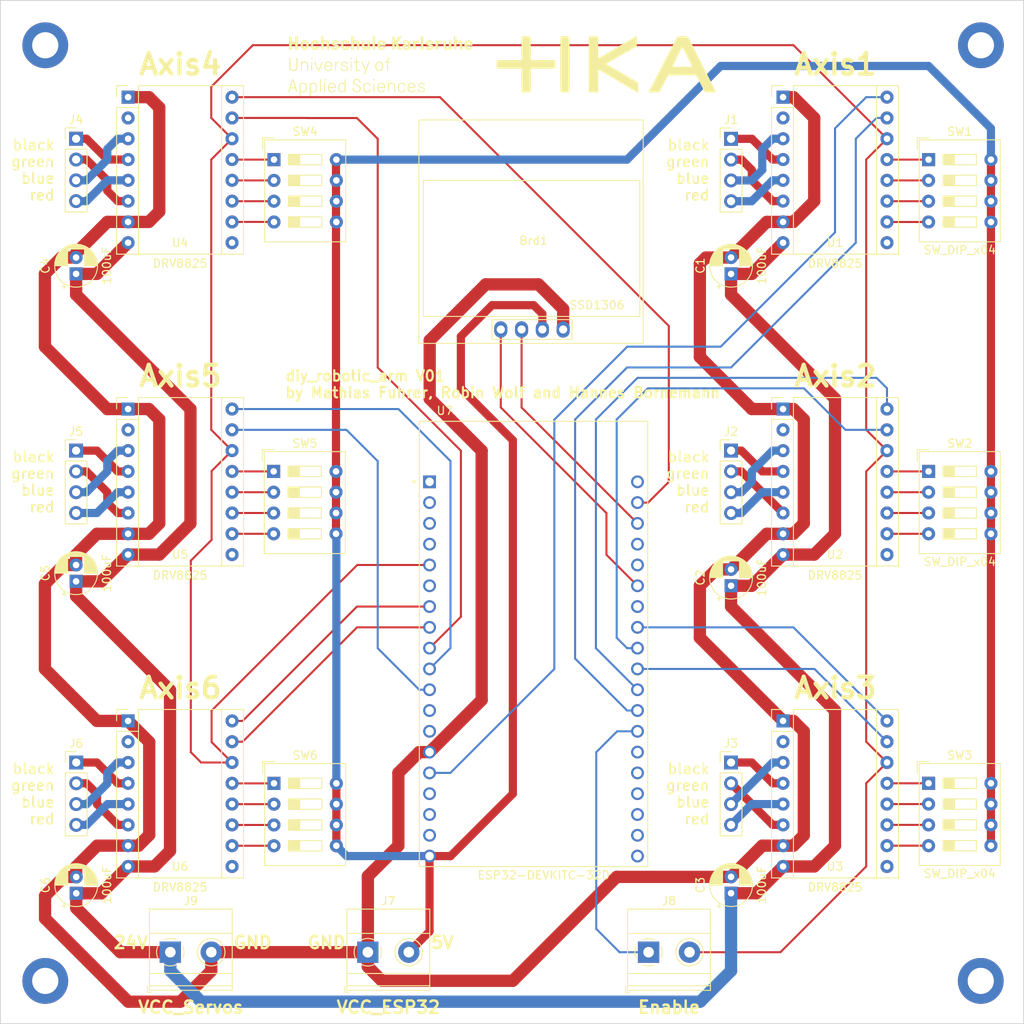
<source format=kicad_pcb>
(kicad_pcb (version 20221018) (generator pcbnew)
  (title_block (title "diy_robotics_arm V03"))
  (layers (0 "F.Cu" signal) (31 "B.Cu" signal) (34 "B.Paste" user) (35 "F.Paste" user) (36 "B.SilkS" user "B.Silkscreen") (37 "F.SilkS" user "F.Silkscreen") (38 "B.Mask" user) (39 "F.Mask" user) (44 "Edge.Cuts" user))
  (net 0 "")
  (net 1 "A1_DIR")
  (net 2 "A1_STEP")
  (net 3 "Net-(U1-RST)")
  (net 4 "Net-(U1-M2)")
  (net 7 "GND_ESP32")
  (net 8 "A2_DIR")
  (net 9 "A2_STEP")
  (net 10 "Net-(U2-RST)")
  (net 11 "Net-(U2-M2)")
  (net 14 "A3_DIR")
  (net 15 "A3_STEP")
  (net 16 "Net-(U3-RST)")
  (net 17 "Net-(U3-M2)")
  (net 20 "A4_DIR")
  (net 21 "A4_STEP")
  (net 22 "Net-(U4-RST)")
  (net 23 "Net-(U4-M2)")
  (net 26 "A5_DIR")
  (net 27 "A5_STEP")
  (net 28 "Net-(U5-RST)")
  (net 29 "Net-(U5-M2)")
  (net 32 "A6_DIR")
  (net 33 "A6_STEP")
  (net 34 "Net-(U6-RST)")
  (net 35 "Net-(U6-M2)")
  (net 47 "Disp_SCL")
  (net 49 "Disp_SDA")
  (net 58 "ENABLE")
  (net 59 "Net-(U1-M1)")
  (net 60 "Net-(U1-M0)")
  (net 61 "Net-(U2-M1)")
  (net 62 "Net-(U2-M0)")
  (net 63 "Net-(U3-M1)")
  (net 64 "Net-(U3-M0)")
  (net 65 "Net-(U4-M1)")
  (net 66 "Net-(U4-M0)")
  (net 67 "Net-(U5-M1)")
  (net 68 "Net-(U5-M0)")
  (net 69 "Net-(U6-M1)")
  (net 70 "Net-(U6-M0)")
  (net 73 "/24V")
  (net 74 "/black1")
  (net 75 "/green1")
  (net 76 "/blue1")
  (net 77 "/red1")
  (net 78 "/black2")
  (net 79 "/green2")
  (net 80 "/blue2")
  (net 81 "/red2")
  (net 82 "/black3")
  (net 83 "/green3")
  (net 84 "/blue3")
  (net 85 "/red3")
  (net 86 "/black5")
  (net 87 "/green4")
  (net 88 "/blue4")
  (net 89 "/red4")
  (net 90 "/green5")
  (net 91 "/blue5")
  (net 92 "/red5")
  (net 93 "/black6")
  (net 94 "/green6")
  (net 95 "/blue6")
  (net 96 "/red6")
  (net 97 "/5V")
  (net 98 "/black4")
  (net 99 "Net-(J8-Pin_1)")
  (footprint "Capacitor_THT:CP_Radial_D5.0mm_P2.00mm" (layer "F.Cu") (at 114.2575 96.51 90)
    (fp_text reference "C2")
    (fp_text value "100uF")
  )
  (footprint "Capacitor_THT:CP_Radial_D5.0mm_P2.00mm" (layer "F.Cu") (at 34.2475 95.97 90)
    (fp_text reference "C5")
    (fp_text value "100uF")
  )
  (footprint "Connector_PinHeader_2.54mm:PinHeader_1x04_P2.54mm_Vertical" (layer "F.Cu") (at 114.2575 41.91)
    (fp_text reference "J1")
    (fp_text value "Conn_01x04")
  )
  (footprint "Capacitor_THT:CP_Radial_D5.0mm_P2.00mm" (layer "F.Cu") (at 114.2575 134.07 90)
    (fp_text reference "C3")
    (fp_text value "100uF")
  )
  (footprint "Connector_PinHeader_2.54mm:PinHeader_1x04_P2.54mm_Vertical" (layer "F.Cu") (at 34.26375 118.1)
    (fp_text reference "J6")
    (fp_text value "Conn_01x04")
  )
  (footprint "MountingHole:MountingHole_3.2mm_M3_DIN965_Pad" (layer "F.Cu") (at 30.48 30.48)
    (fp_text reference "H1")
    (fp_text value "MountingHole")
  )
  (footprint "Button_Switch_THT:SW_DIP_SPSTx04_Slide_9.78x12.34mm_W7.62mm_P2.54mm" (layer "F.Cu") (at 58.3775 82.54)
    (fp_text reference "SW5")
    (fp_text value "SW_DIP_x04")
  )
  (footprint "Button_Switch_THT:SW_DIP_SPSTx04_Slide_9.78x12.34mm_W7.62mm_P2.54mm" (layer "F.Cu") (at 138.3875 82.54)
    (fp_text reference "SW2")
    (fp_text value "SW_DIP_x04")
  )
  (footprint "Capacitor_THT:CP_Radial_D5.0mm_P2.00mm" (layer "F.Cu") (at 114.2575 58.41 90)
    (fp_text reference "C1")
    (fp_text value "100uF")
  )
  (footprint "DRV8825:DRV8825_Breakout_15.2x20.3mm" (layer "F.Cu") (at 46.9475 45.71)
    (fp_text reference "U4")
    (fp_text value "DRV8825")
  )
  (footprint "Button_Switch_THT:SW_DIP_SPSTx04_Slide_9.78x12.34mm_W7.62mm_P2.54mm" (layer "F.Cu") (at 138.3875 120.64)
    (fp_text reference "SW3")
    (fp_text value "SW_DIP_x04")
  )
  (footprint "Button_Switch_THT:SW_DIP_SPSTx04_Slide_9.78x12.34mm_W7.62mm_P2.54mm" (layer "F.Cu") (at 58.42 120.65)
    (fp_text reference "SW6")
    (fp_text value "SW_DIP_x04")
  )
  (footprint "TerminalBlock_Phoenix:TerminalBlock_Phoenix_MKDS-1,5-2_1x02_P5.00mm_Horizontal" (layer "F.Cu") (at 69.89 141.275)
    (fp_text reference "J7")
    (fp_text value "VCC_ESP32")
  )
  (footprint "DRV8825:DRV8825_Breakout_15.2x20.3mm" (layer "F.Cu") (at 126.9575 83.81)
    (fp_text reference "U2")
    (fp_text value "DRV8825")
  )
  (footprint "Capacitor_THT:CP_Radial_D5.0mm_P2.00mm" (layer "F.Cu") (at 34.2475 58.41 90)
    (fp_text reference "C4")
    (fp_text value "100uF")
  )
  (footprint "DRV8825:DRV8825_Breakout_15.2x20.3mm" (layer "F.Cu") (at 46.9475 83.81)
    (fp_text reference "U5")
    (fp_text value "DRV8825")
  )
  (footprint "DRV8825:DRV8825_Breakout_15.2x20.3mm" (layer "F.Cu") (at 126.9575 45.71)
    (fp_text reference "U1")
    (fp_text value "DRV8825")
  )
  (footprint "Button_Switch_THT:SW_DIP_SPSTx04_Slide_9.78x12.34mm_W7.62mm_P2.54mm" (layer "F.Cu") (at 58.42 44.45)
    (fp_text reference "SW4")
    (fp_text value "SW_DIP_x04")
  )
  (footprint "Button_Switch_THT:SW_DIP_SPSTx04_Slide_9.78x12.34mm_W7.62mm_P2.54mm" (layer "F.Cu") (at 138.3875 44.45)
    (fp_text reference "SW1")
    (fp_text value "SW_DIP_x04")
  )
  (footprint "DRV8825:DRV8825_Breakout_15.2x20.3mm" (layer "F.Cu") (at 126.9575 121.91)
    (fp_text reference "U3")
    (fp_text value "DRV8825")
  )
  (footprint "Connector_PinHeader_2.54mm:PinHeader_1x04_P2.54mm_Vertical" (layer "F.Cu") (at 34.2475 80)
    (fp_text reference "J5")
    (fp_text value "Conn_01x04")
  )
  (footprint "Connector_PinHeader_2.54mm:PinHeader_1x04_P2.54mm_Vertical" (layer "F.Cu") (at 114.2575 80)
    (fp_text reference "J2")
    (fp_text value "Conn_01x04")
  )
  (footprint "MountingHole:MountingHole_3.2mm_M3_DIN965_Pad" (layer "F.Cu") (at 30.48 144.78)
    (fp_text reference "H2")
    (fp_text value "MountingHole")
  )
  (footprint "SSD1306-128x64:128x64OLED" (layer "F.Cu") (at 90.1275 54.6 180)
    (fp_text reference "Brd1")
    (fp_text value "SSD1306")
  )
  (footprint "Connector_PinHeader_2.54mm:PinHeader_1x04_P2.54mm_Vertical" (layer "F.Cu") (at 34.2475 41.9)
    (fp_text reference "J4")
    (fp_text value "Conn_01x04")
  )
  (footprint "LOGO" (layer "F.Cu") (at 86.36 33.02)
    (fp_text reference "G***")
    (fp_text value "LOGO" hide)
  )
  (footprint "Capacitor_THT:CP_Radial_D5.0mm_P2.00mm" (layer "F.Cu") (at 34.26375 134.08 90)
    (fp_text reference "C6")
    (fp_text value "100uF")
  )
  (footprint "ESP32-DEVKITC-32D:MODULE_ESP32-DEVKITC-32D" (layer "F.Cu") (at 90.1275 103.57)
    (fp_text reference "U7")
    (fp_text value "ESP32-DEVKITC-32D")
  )
  (footprint "MountingHole:MountingHole_3.2mm_M3_DIN965_Pad" (layer "F.Cu") (at 144.78 30.48)
    (fp_text reference "H3")
    (fp_text value "MountingHole")
  )
  (footprint "TerminalBlock_Phoenix:TerminalBlock_Phoenix_MKDS-1,5-2_1x02_P5.00mm_Horizontal" (layer "F.Cu") (at 104.18 141.275)
    (fp_text reference "J8")
    (fp_text value "Enable")
  )
  (footprint "MountingHole:MountingHole_3.2mm_M3_DIN965_Pad" (layer "F.Cu") (at 144.76375 144.78)
    (fp_text reference "H4")
    (fp_text value "MountingHole")
  )
  (footprint "DRV8825:DRV8825_Breakout_15.2x20.3mm" (layer "F.Cu") (at 46.9475 121.91)
    (fp_text reference "U6")
    (fp_text value "DRV8825")
  )
  (footprint "Connector_PinHeader_2.54mm:PinHeader_1x04_P2.54mm_Vertical" (layer "F.Cu") (at 114.2575 118.1)
    (fp_text reference "J3")
    (fp_text value "Conn_01x04")
  )
  (footprint "TerminalBlock_Phoenix:TerminalBlock_Phoenix_MKDS-1,5-2_1x02_P5.00mm_Horizontal" (layer "F.Cu") (at 45.76 141.2705)
    (fp_text reference "J9")
    (fp_text value "VCC_Servos")
  )
  (gr_line (start 150 25) (end 150 150) (stroke (width 0.1)) (layer "Edge.Cuts"))
  (gr_line (start 25 150) (end 25 25) (stroke (width 0.1)) (layer "Edge.Cuts"))
  (gr_line (start 150 150) (end 25 150) (stroke (width 0.1)) (layer "Edge.Cuts"))
  (gr_line (start 25 25) (end 150 25) (stroke (width 0.1)) (layer "Edge.Cuts"))
  (gr_text "Axis2" (at 127 72.39) (layer "F.SilkS") (effects (font (size 2.54 2.54) (thickness 0.508) bold) (justify bottom)))
  (gr_text "24V" (at 43.2 140.97) (layer "F.SilkS") (effects (font (size 1.5 1.5) (thickness 0.3) bold) (justify right bottom)))
  (gr_text "GND" (at 67.33 140.9745) (layer "F.SilkS") (effects (font (size 1.5 1.5) (thickness 0.3) bold) (justify right bottom)))
  (gr_text "diy_robotic_arm V01\nby Mathias Fuhrer, Robin Wolf and Hannes Bornemann" (at 59.69 73.66) (layer "F.SilkS") (effects (font (size 1.27 1.27) (thickness 0.254) bold) (justify left bottom)))
  (gr_text "black\ngreen\nblue\nred" (at 31.72375 45.72) (layer "F.SilkS") (effects (font (size 1.27 1.27) (thickness 0.2032)) (justify right)))
  (gr_text "Axis5" (at 46.99 72.39) (layer "F.SilkS") (effects (font (size 2.54 2.54) (thickness 0.508) bold) (justify bottom)))
  (gr_text "Axis3" (at 127 110.49) (layer "F.SilkS") (effects (font (size 2.54 2.54) (thickness 0.508) bold) (justify bottom)))
  (gr_text "Axis4" (at 46.99 34.29) (layer "F.SilkS") (effects (font (size 2.54 2.54) (thickness 0.508) bold) (justify bottom)))
  (gr_text "black\ngreen\nblue\nred" (at 31.72375 121.92) (layer "F.SilkS") (effects (font (size 1.27 1.27) (thickness 0.2032)) (justify right)))
  (gr_text "5V" (at 77.45 140.9745) (layer "F.SilkS") (effects (font (size 1.5 1.5) (thickness 0.3) bold) (justify left bottom)))
  (gr_text "Axis6" (at 46.99 110.49) (layer "F.SilkS") (effects (font (size 2.54 2.54) (thickness 0.508) bold) (justify bottom)))
  (gr_text "black\ngreen\nblue\nred" (at 111.73375 83.82) (layer "F.SilkS") (effects (font (size 1.27 1.27) (thickness 0.2032)) (justify right)))
  (gr_text "Axis1" (at 127 34.29) (layer "F.SilkS") (effects (font (size 2.54 2.54) (thickness 0.508) bold) (justify bottom)))
  (gr_text "black\ngreen\nblue\nred" (at 111.73375 45.72) (layer "F.SilkS") (effects (font (size 1.27 1.27) (thickness 0.2032)) (justify right)))
  (gr_text "black\ngreen\nblue\nred" (at 31.72375 83.82) (layer "F.SilkS") (effects (font (size 1.27 1.27) (thickness 0.2032)) (justify right)))
  (gr_text "GND" (at 53.32 140.97) (layer "F.SilkS") (effects (font (size 1.5 1.5) (thickness 0.3) bold) (justify left bottom)))
  (gr_text "black\ngreen\nblue\nred" (at 111.73375 121.92) (layer "F.SilkS") (effects (font (size 1.27 1.27) (thickness 0.2032)) (justify right)))
  (segment (start 126.9575 40.63) (end 126.9575 53.33) (width 0.25) (layer "B.Cu") (net 1))
  (segment (start 101.57375 67.31) (end 92.6675 76.21625) (width 0.25) (layer "B.Cu") (net 1))
  (segment (start 126.9575 53.33) (end 112.9875 67.3) (width 0.25) (layer "B.Cu") (net 1))
  (segment (start 133.3075 36.82) (end 130.7675 36.82) (width 0.25) (layer "B.Cu") (net 1))
  (segment (start 130.7675 36.82) (end 126.9575 40.63) (width 0.25) (layer "B.Cu") (net 1))
  (segment (start 112.9875 67.3) (end 101.5575 67.3) (width 0.25) (layer "B.Cu") (net 1))
  (segment (start 92.6675 106.67) (end 79.9675 119.37) (width 0.25) (layer "B.Cu") (net 1))
  (segment (start 92.6675 76.21625) (end 92.6675 106.67) (width 0.25) (layer "B.Cu") (net 1))
  (segment (start 79.9675 119.37) (end 77.4275 119.37) (width 0.25) (layer "B.Cu") (net 1))
  (segment (start 95.2075 105.4) (end 95.2075 76.19) (width 0.25) (layer "B.Cu") (net 2))
  (segment (start 101.5575 69.84) (end 114.2575 69.84) (width 0.25) (layer "B.Cu") (net 2))
  (segment (start 95.2075 76.19) (end 101.5575 69.84) (width 0.25) (layer "B.Cu") (net 2))
  (segment (start 102.8275 111.75) (end 101.5575 111.75) (width 0.25) (layer "B.Cu") (net 2))
  (segment (start 129.4975 41.9) (end 132.0375 39.36) (width 0.25) (layer "B.Cu") (net 2))
  (segment (start 129.4975 54.6) (end 129.4975 41.9) (width 0.25) (layer "B.Cu") (net 2))
  (segment (start 114.2575 69.84) (end 129.4975 54.6) (width 0.25) (layer "B.Cu") (net 2))
  (segment (start 101.5575 111.75) (end 95.2075 105.4) (width 0.25) (layer "B.Cu") (net 2))
  (segment (start 132.0375 39.36) (end 133.3075 39.36) (width 0.25) (layer "B.Cu") (net 2))
  (segment (start 138.3875 44.45) (end 133.3175 44.45) (width 0.25) (layer "F.Cu") (net 3))
  (segment (start 133.3175 44.45) (end 133.3075 44.44) (width 0.25) (layer "F.Cu") (net 3))
  (segment (start 133.3175 46.99) (end 133.3075 46.98) (width 0.25) (layer "F.Cu") (net 4))
  (segment (start 138.3875 46.99) (end 133.3175 46.99) (width 0.25) (layer "F.Cu") (net 4))
  (segment (start 87.5875 144.77) (end 100.2875 132.07) (width 1.5) (layer "F.Cu") (net 7))
  (segment (start 77.4275 116.83) (end 76.1575 116.83) (width 1.5) (layer "F.Cu") (net 7))
  (segment (start 110.4475 96.51) (end 112.4475 94.51) (width 1.5) (layer "F.Cu") (net 7))
  (segment (start 123.1475 76.19) (end 121.8775 74.92) (width 1.5) (layer "F.Cu") (net 7))
  (segment (start 77.44375 73.66) (end 83.79375 80.01) (width 1.5) (layer "F.Cu") (net 7))
  (segment (start 30.4375 96.28) (end 32.7475 93.97) (width 1.5) (layer "F.Cu") (net 7))
  (segment (start 34.2475 56.41) (end 34.2475 55.87) (width 1.5) (layer "F.Cu") (net 7))
  (segment (start 77.44375 66.52939) (end 77.44375 73.66) (width 1.5) (layer "F.Cu") (net 7))
  (segment (start 69.8855 141.2705) (end 69.89 141.275) (width 1.5) (layer "F.Cu") (net 7))
  (segment (start 40.5975 128.26) (end 41.8675 128.26) (width 1.5) (layer "F.Cu") (net 7))
  (segment (start 43.18 115.6025) (end 40.5975 113.02) (width 1.5) (layer "F.Cu") (net 7))
  (segment (start 43.1375 90.16) (end 44.4075 88.89) (width 1.5) (layer "F.Cu") (net 7))
  (segment (start 93.7475 65.2) (end 93.7475 62.7) (width 1.5) (layer "F.Cu") (net 7))
  (segment (start 100.2875 132.07) (end 114.2575 132.07) (width 1.5) (layer "F.Cu") (net 7))
  (segment (start 30.45375 137.16) (end 30.45375 134.39) (width 1.5) (layer "F.Cu") (net 7))
  (segment (start 111.1775 56.41) (end 110.4475 57.14) (width 1.5) (layer "F.Cu") (net 7))
  (segment (start 121.8775 128.26) (end 123.1475 126.99) (width 1.5) (layer "F.Cu") (net 7))
  (segment (start 43.1375 74.92) (end 40.5975 74.92) (width 1.5) (layer "F.Cu") (net 7))
  (segment (start 32.7475 93.97) (end 34.2475 93.97) (width 1.5) (layer "F.Cu") (net 7))
  (segment (start 114.2575 94.51) (end 118.6075 90.16) (width 1.5) (layer "F.Cu") (net 7))
  (segment (start 34.26375 130.81) (end 34.26375 132.08) (width 1.5) (layer "F.Cu") (net 7))
  (segment (start 34.2475 92.7) (end 36.7875 90.16) (width 1.5) (layer "F.Cu") (net 7))
  (segment (start 114.2575 56.41) (end 118.6075 52.06) (width 1.5) (layer "F.Cu") (net 7))
  (segment (start 43.18 126.9475) (end 43.18 115.6025) (width 1.5) (layer "F.Cu") (net 7))
  (segment (start 83.79375 80.01) (end 83.79375 110.46375) (width 1.5) (layer "F.Cu") (net 7))
  (segment (start 44.4075 50.79) (end 44.4075 38.09) (width 1.5) (layer "F.Cu") (net 7))
  (segment (start 121.8775 90.16) (end 123.1475 88.89) (width 1.5) (layer "F.Cu") (net 7))
  (segment (start 44.4075 76.19) (end 43.1375 74.92) (width 1.5) (layer "F.Cu") (net 7))
  (segment (start 34.2475 93.97) (end 34.2475 92.7) (width 1.5) (layer "F.Cu") (net 7))
  (segment (start 34.2475 55.87) (end 38.0575 52.06) (width 1.5) (layer "F.Cu") (net 7))
  (segment (start 110.4475 57.14) (end 110.4475 68.57) (width 1.5) (layer "F.Cu") (net 7))
  (segment (start 112.4475 94.51) (end 114.2575 94.51) (width 1.5) (layer "F.Cu") (net 7))
  (segment (start 43.1375 52.06) (end 44.4075 50.79) (width 1.5) (layer "F.Cu") (net 7))
  (segment (start 32.4375 56.41) (end 34.2475 56.41) (width 1.5) (layer "F.Cu") (net 7))
  (segment (start 69.89 131.9875) (end 69.89 141.275) (width 1.5) (layer "F.Cu") (net 7))
  (segment (start 40.5975 90.16) (end 43.1375 90.16) (width 1.5) (layer "F.Cu") (net 7))
  (segment (start 36.81375 128.26) (end 34.26375 130.81) (width 1.5) (layer "F.Cu") (net 7))
  (segment (start 123.1475 88.89) (end 123.1475 76.19) (width 1.5) (layer "F.Cu") (net 7))
  (segment (start 69.89 141.275) (end 69.89 143.0475) (width 1.5) (layer "F.Cu") (net 7))
  (segment (start 114.2575 132.07) (end 118.0675 128.26) (width 1.5) (layer "F.Cu") (net 7))
  (segment (start 40.61375 147.32) (end 30.45375 137.16) (width 1.5) (layer "F.Cu") (net 7))
  (segment (start 123.1475 126.99) (end 123.1475 114.29) (width 1.5) (layer "F.Cu") (net 7))
  (segment (start 44.4075 38.09) (end 43.1375 36.82) (width 1.5) (layer "F.Cu") (net 7))
  (segment (start 118.6075 52.06) (end 120.6075 52.06) (width 1.5) (layer "F.Cu") (net 7))
  (segment (start 124.4175 39.36) (end 121.8775 36.82) (width 1.5) (layer "F.Cu") (net 7))
  (segment (start 36.7875 113.02) (end 30.4375 106.67) (width 1.5) (layer "F.Cu") (net 7))
  (segment (start 73.6175 128.26) (end 69.89 131.9875) (width 1.5) (layer "F.Cu") (net 7))
  (segment (start 30.4375 106.67) (end 30.4375 96.28) (width 1.5) (layer "F.Cu") (net 7))
  (segment (start 121.8775 52.06) (end 124.4175 49.52) (width 1.5) (layer "F.Cu") (net 7))
  (segment (start 118.6075 90.16) (end 120.6075 90.16) (width 1.5) (layer "F.Cu") (net 7))
  (segment (start 40.5975 113.02) (end 36.7875 113.02) (width 1.5) (layer "F.Cu") (net 7))
  (segment (start 120.6075 52.06) (end 121.8775 52.06) (width 1.5) (layer "F.Cu") (net 7))
  (segment (start 46.99 147.32) (end 40.61375 147.32) (width 1.5) (layer "F.Cu") (net 7))
  (segment (start 40.5975 52.06) (end 43.1375 52.06) (width 1.5) (layer "F.Cu") (net 7))
  (segment (start 120.6075 128.26) (end 121.8775 128.26) (width 1.5) (layer "F.Cu") (net 7))
  (segment (start 83.79375 110.46375) (end 77.4275 116.83) (width 1.5) (layer "F.Cu") (net 7))
  (segment (start 71.6125 144.77) (end 87.5875 144.77) (width 1.5) (layer "F.Cu") (net 7))
  (segment (start 120.6075 113.02) (end 110.4475 102.86) (width 1.5) (layer "F.Cu") (net 7))
  (segment (start 120.6075 90.16) (end 121.8775 90.16) (width 1.5) (layer "F.Cu") (net 7))
  (segment (start 50.76 141.2705) (end 69.8855 141.2705) (width 1.5) (layer "F.Cu") (net 7))
  (segment (start 123.1475 114.29) (end 121.8775 113.02) (width 1.5) (layer "F.Cu") (net 7))
  (segment (start 43.1375 36.82) (end 40.5975 36.82) (width 1.5) (layer "F.Cu") (net 7))
  (segment (start 41.8675 128.26) (end 43.18 126.9475) (width 1.5) (layer "F.Cu") (net 7))
  (segment (start 38.0575 52.06) (end 40.5975 52.06) (width 1.5) (layer "F.Cu") (net 7))
  (segment (start 32.76375 132.08) (end 34.26375 132.08) (width 1.5) (layer "F.Cu") (net 7))
  (segment (start 50.76 143.55) (end 46.99 147.32) (width 1.5) (layer "F.Cu") (net 7))
  (segment (start 76.1575 116.83) (end 73.6175 119.37) (width 1.5) (layer "F.Cu") (net 7))
  (segment (start 30.4375 67.3) (end 30.4375 58.41) (width 1.5) (layer "F.Cu") (net 7))
  (segment (start 116.7975 74.92) (end 120.6075 74.92) (width 1.5) (layer "F.Cu") (net 7))
  (segment (start 84.28314 59.69) (end 77.44375 66.52939) (width 1.5) (layer "F.Cu") (net 7))
  (segment (start 110.4475 102.86) (end 110.4475 96.51) (width 1.5) (layer "F.Cu") (net 7))
  (segment (start 90.7375 59.69) (end 84.28314 59.69) (width 1.5) (layer "F.Cu") (net 7))
  (segment (start 44.4075 88.89) (end 44.4075 76.19) (width 1.5) (layer "F.Cu") (net 7))
  (segment (start 50.76 141.2705) (end 50.76 143.55) (width 1.5) (layer "F.Cu") (net 7))
  (segment (start 30.4375 58.41) (end 32.4375 56.41) (width 1.5) (layer "F.Cu") (net 7))
  (segment (start 114.2575 56.41) (end 111.1775 56.41) (width 1.5) (layer "F.Cu") (net 7))
  (segment (start 69.89 143.0475) (end 71.6125 144.77) (width 1.5) (layer "F.Cu") (net 7))
  (segment (start 93.7475 62.7) (end 90.7375 59.69) (width 1.5) (layer "F.Cu") (net 7))
  (segment (start 30.45375 134.39) (end 32.76375 132.08) (width 1.5) (layer "F.Cu") (net 7))
  (segment (start 121.8775 36.82) (end 120.6075 36.82) (width 1.5) (layer "F.Cu") (net 7))
  (segment (start 121.8775 74.92) (end 120.6075 74.92) (width 1.5) (layer "F.Cu") (net 7))
  (segment (start 121.8775 113.02) (end 120.6075 113.02) (width 1.5) (layer "F.Cu") (net 7))
  (segment (start 40.5975 128.26) (end 36.81375 128.26) (width 1.5) (layer "F.Cu") (net 7))
  (segment (start 38.0575 74.92) (end 30.4375 67.3) (width 1.5) (layer "F.Cu") (net 7))
  (segment (start 124.4175 49.52) (end 124.4175 39.36) (width 1.5) (layer "F.Cu") (net 7))
  (segment (start 40.5975 74.92) (end 38.0575 74.92) (width 1.5) (layer "F.Cu") (net 7))
  (segment (start 73.6175 119.37) (end 73.6175 128.26) (width 1.5) (layer "F.Cu") (net 7))
  (segment (start 118.0675 128.26) (end 120.6075 128.26) (width 1.5) (layer "F.Cu") (net 7))
  (segment (start 110.4475 68.57) (end 116.7975 74.92) (width 1.5) (layer "F.Cu") (net 7))
  (segment (start 36.7875 90.16) (end 40.5975 90.16) (width 1.5) (layer "F.Cu") (net 7))
  (segment (start 93.7475 65.2) (end 93.7475 65.4) (width 1.5) (layer "B.Cu") (net 7))
  (segment (start 132.0375 71.11) (end 133.3075 72.38) (width 0.25) (layer "B.Cu") (net 8))
  (segment (start 102.8275 109.21) (end 97.7475 104.13) (width 0.25) (layer "B.Cu") (net 8))
  (segment (start 102.8275 71.11) (end 132.0375 71.11) (width 0.25) (layer "B.Cu") (net 8))
  (segment (start 133.3075 72.38) (end 133.3075 74.92) (width 0.25) (layer "B.Cu") (net 8))
  (segment (start 97.7475 104.13) (end 97.7475 76.19) (width 0.25) (layer "B.Cu") (net 8))
  (segment (start 97.7475 76.19) (end 102.8275 71.11) (width 0.25) (layer "B.Cu") (net 8))
  (segment (start 100.2875 76.19) (end 104.0975 72.38) (width 0.25) (layer "B.Cu") (net 9))
  (segment (start 128.23375 77.46) (end 123.16375 72.39) (width 0.25) (layer "B.Cu") (net 9))
  (segment (start 123.16375 72.39) (end 104.11375 72.39) (width 0.25) (layer "B.Cu") (net 9))
  (segment (start 101.5575 104.13) (end 102.8275 104.13) (width 0.25) (layer "B.Cu") (net 9))
  (segment (start 100.2875 76.19) (end 100.2875 102.86) (width 0.25) (layer "B.Cu") (net 9))
  (segment (start 100.2875 102.86) (end 101.5575 104.13) (width 0.25) (layer "B.Cu") (net 9))
  (segment (start 133.3075 77.46) (end 128.23375 77.46) (width 0.25) (layer "B.Cu") (net 9))
  (segment (start 138.3875 82.54) (end 133.3075 82.54) (width 0.25) (layer "F.Cu") (net 10))
  (segment (start 138.3875 85.08) (end 133.3075 85.08) (width 0.25) (layer "F.Cu") (net 11))
  (segment (start 133.3075 113.02) (end 121.8775 101.59) (width 0.25) (layer "B.Cu") (net 14))
  (segment (start 121.8775 101.59) (end 102.8275 101.59) (width 0.25) (layer "B.Cu") (net 14))
  (segment (start 128.27 110.49) (end 124.45 106.67) (width 0.25) (layer "B.Cu") (net 15))
  (segment (start 128.27 110.5225) (end 128.27 110.49) (width 0.25) (layer "B.Cu") (net 15))
  (segment (start 133.3075 115.56) (end 128.27 110.5225) (width 0.25) (layer "B.Cu") (net 15))
  (segment (start 124.45 106.67) (end 102.8275 106.67) (width 0.25) (layer "B.Cu") (net 15))
  (segment (start 138.3875 120.64) (end 133.3075 120.64) (width 0.25) (layer "F.Cu") (net 16))
  (segment (start 138.3875 123.18) (end 133.3075 123.18) (width 0.25) (layer "F.Cu") (net 17))
  (segment (start 106.65375 83.82) (end 104.11375 86.36) (width 0.25) (layer "F.Cu") (net 20))
  (segment (start 78.70375 36.82) (end 106.65375 64.77) (width 0.25) (layer "F.Cu") (net 20))
  (segment (start 104.11375 86.36) (end 104.10375 86.35) (width 0.25) (layer "F.Cu") (net 20))
  (segment (start 104.10375 86.35) (end 102.8275 86.35) (width 0.25) (layer "F.Cu") (net 20))
  (segment (start 106.65375 64.77) (end 106.65375 83.82) (width 0.25) (layer "F.Cu") (net 20))
  (segment (start 53.2975 36.82) (end 78.70375 36.82) (width 0.25) (layer "F.Cu") (net 20))
  (segment (start 68.55375 39.37) (end 71.09375 41.91) (width 0.25) (layer "F.Cu") (net 21))
  (segment (start 81.25375 100.30375) (end 77.4275 104.13) (width 0.25) (layer "F.Cu") (net 21))
  (segment (start 81.25375 80.01) (end 81.25375 100.30375) (width 0.25) (layer "F.Cu") (net 21))
  (segment (start 53.2975 39.36) (end 62.540991 39.36) (width 0.25) (layer "F.Cu") (net 21))
  (segment (start 71.09375 41.91) (end 71.09375 69.85) (width 0.25) (layer "F.Cu") (net 21))
  (segment (start 62.550991 39.37) (end 68.55375 39.37) (width 0.25) (layer "F.Cu") (net 21))
  (segment (start 71.09375 69.85) (end 81.25375 80.01) (width 0.25) (layer "F.Cu") (net 21))
  (segment (start 62.540991 39.36) (end 62.550991 39.37) (width 0.25) (layer "F.Cu") (net 21))
  (segment (start 58.42 44.45) (end 53.3075 44.45) (width 0.25) (layer "F.Cu") (net 22))
  (segment (start 53.3075 44.45) (end 53.2975 44.44) (width 0.25) (layer "F.Cu") (net 22))
  (segment (start 53.3075 46.99) (end 53.2975 46.98) (width 0.25) (layer "F.Cu") (net 23))
  (segment (start 58.42 46.99) (end 53.3075 46.99) (width 0.25) (layer "F.Cu") (net 23))
  (segment (start 79.98375 104.11375) (end 77.4275 106.67) (width 0.25) (layer "B.Cu") (net 26))
  (segment (start 79.98375 81.28) (end 79.98375 104.11375) (width 0.25) (layer "B.Cu") (net 26))
  (segment (start 53.2975 74.92) (end 73.62375 74.92) (width 0.25) (layer "B.Cu") (net 26))
  (segment (start 73.62375 74.92) (end 79.98375 81.28) (width 0.25) (layer "B.Cu") (net 26))
  (segment (start 67.27375 77.46) (end 71.09375 81.28) (width 0.25) (layer "B.Cu") (net 27))
  (segment (start 71.09375 104.14) (end 76.17375 109.22) (width 0.25) (layer "B.Cu") (net 27))
  (segment (start 53.2975 77.46) (end 67.27375 77.46) (width 0.25) (layer "B.Cu") (net 27))
  (segment (start 71.09375 81.28) (end 71.09375 104.14) (width 0.25) (layer "B.Cu") (net 27))
  (segment (start 76.18375 109.21) (end 77.4275 109.21) (width 0.25) (layer "B.Cu") (net 27))
  (segment (start 76.17375 109.22) (end 76.18375 109.21) (width 0.25) (layer "B.Cu") (net 27))
  (segment (start 58.3775 82.54) (end 53.2975 82.54) (width 0.25) (layer "F.Cu") (net 28))
  (segment (start 58.3775 85.08) (end 53.2975 85.08) (width 0.25) (layer "F.Cu") (net 29))
  (segment (start 54.59375 113.02) (end 68.56375 99.05) (width 0.25) (layer "F.Cu") (net 32))
  (segment (start 53.2975 113.02) (end 54.59375 113.02) (width 0.25) (layer "F.Cu") (net 32))
  (segment (start 68.56375 99.05) (end 77.4275 99.05) (width 0.25) (layer "F.Cu") (net 32))
  (segment (start 53.2975 115.56) (end 54.59375 115.56) (width 0.25) (layer "F.Cu") (net 33))
  (segment (start 68.56375 101.59) (end 77.4275 101.59) (width 0.25) (layer "F.Cu") (net 33))
  (segment (start 54.59375 115.56) (end 68.56375 101.59) (width 0.25) (layer "F.Cu") (net 33))
  (segment (start 53.3075 120.65) (end 53.2975 120.64) (width 0.25) (layer "F.Cu") (net 34))
  (segment (start 58.42 120.65) (end 53.3075 120.65) (width 0.25) (layer "F.Cu") (net 34))
  (segment (start 53.3075 123.19) (end 53.2975 123.18) (width 0.25) (layer "F.Cu") (net 35))
  (segment (start 58.42 123.19) (end 53.3075 123.19) (width 0.25) (layer "F.Cu") (net 35))
  (segment (start 88.6675 74.73) (end 102.8275 88.89) (width 0.25) (layer "F.Cu") (net 47))
  (segment (start 88.6675 65.2) (end 88.6675 74.73) (width 0.25) (layer "F.Cu") (net 47))
  (segment (start 86.1275 74.72375) (end 99.03375 87.63) (width 0.25) (layer "F.Cu") (net 49))
  (segment (start 86.1275 65.2) (end 86.1275 74.72375) (width 0.25) (layer "F.Cu") (net 49))
  (segment (start 99.03375 87.63) (end 99.03375 92.71625) (width 0.25) (layer "F.Cu") (net 49))
  (segment (start 99.03375 92.71625) (end 102.8275 96.51) (width 0.25) (layer "F.Cu") (net 49))
  (segment (start 130.7675 44.44) (end 133.3075 41.9) (width 0.25) (layer "F.Cu") (net 58))
  (segment (start 48.26 116.84) (end 49.52 118.1) (width 0.25) (layer "F.Cu") (net 58))
  (segment (start 50.7575 77.46) (end 53.2975 80) (width 0.25) (layer "F.Cu") (net 58))
  (segment (start 130.7675 120.64) (end 133.3075 118.1) (width 0.25) (layer "F.Cu") (net 58))
  (segment (start 55.8375 30.47) (end 50.7575 35.55) (width 0.25) (layer "F.Cu") (net 58))
  (segment (start 50.7575 39.36) (end 53.2975 41.9) (width 0.25) (layer "F.Cu") (net 58))
  (segment (start 120.2925 141.275) (end 130.7675 130.8) (width 0.25) (layer "F.Cu") (net 58))
  (segment (start 50.8 111.76) (end 50.8 115.6025) (width 0.25) (layer "F.Cu") (net 58))
  (segment (start 50.8 90.90389) (end 48.26 93.44389) (width 0.25) (layer "F.Cu") (net 58))
  (segment (start 48.26 93.44389) (end 48.26 116.84) (width 0.25) (layer "F.Cu") (net 58))
  (segment (start 49.52 118.1) (end 53.2975 118.1) (width 0.25) (layer "F.Cu") (net 58))
  (segment (start 77.4275 93.97) (end 68.59 93.97) (width 0.25) (layer "F.Cu") (net 58))
  (segment (start 50.8 115.6025) (end 53.2975 118.1) (width 0.25) (layer "F.Cu") (net 58))
  (segment (start 68.59 93.97) (end 50.8 111.76) (width 0.25) (layer "F.Cu") (net 58))
  (segment (start 109.18 141.275) (end 120.2925 141.275) (width 0.25) (layer "F.Cu") (net 58))
  (segment (start 50.8 82.4975) (end 50.8 90.90389) (width 0.25) (layer "F.Cu") (net 58))
  (segment (start 50.7575 35.55) (end 50.7575 39.36) (width 0.25) (layer "F.Cu") (net 58))
  (segment (start 130.7675 130.8) (end 130.7675 120.64) (width 0.25) (layer "F.Cu") (net 58))
  (segment (start 133.3075 41.9) (end 121.8775 30.47) (width 0.25) (layer "F.Cu") (net 58))
  (segment (start 133.3075 118.1) (end 130.7675 115.56) (width 0.25) (layer "F.Cu") (net 58))
  (segment (start 50.7575 44.44) (end 50.7575 77.46) (width 0.25) (layer "F.Cu") (net 58))
  (segment (start 130.7675 82.54) (end 133.3075 80) (width 0.25) (layer "F.Cu") (net 58))
  (segment (start 53.2975 80) (end 50.8 82.4975) (width 0.25) (layer "F.Cu") (net 58))
  (segment (start 133.3075 80) (end 130.7675 77.46) (width 0.25) (layer "F.Cu") (net 58))
  (segment (start 130.7675 115.56) (end 130.7675 82.54) (width 0.25) (layer "F.Cu") (net 58))
  (segment (start 121.8775 30.47) (end 55.8375 30.47) (width 0.25) (layer "F.Cu") (net 58))
  (segment (start 130.7675 77.46) (end 130.7675 44.44) (width 0.25) (layer "F.Cu") (net 58))
  (segment (start 53.2975 41.9) (end 50.7575 44.44) (width 0.25) (layer "F.Cu") (net 58))
  (segment (start 138.3875 49.53) (end 133.3175 49.53) (width 0.25) (layer "F.Cu") (net 59))
  (segment (start 133.3175 49.53) (end 133.3075 49.52) (width 0.25) (layer "F.Cu") (net 59))
  (segment (start 133.3175 52.07) (end 133.3075 52.06) (width 0.25) (layer "F.Cu") (net 60))
  (segment (start 138.3875 52.07) (end 133.3175 52.07) (width 0.25) (layer "F.Cu") (net 60))
  (segment (start 138.3875 87.62) (end 133.3075 87.62) (width 0.25) (layer "F.Cu") (net 61))
  (segment (start 138.3875 90.16) (end 133.3075 90.16) (width 0.25) (layer "F.Cu") (net 62))
  (segment (start 138.3875 125.72) (end 133.3075 125.72) (width 0.25) (layer "F.Cu") (net 63))
  (segment (start 138.3875 128.26) (end 133.3075 128.26) (width 0.25) (layer "F.Cu") (net 64))
  (segment (start 53.3075 49.53) (end 53.2975 49.52) (width 0.25) (layer "F.Cu") (net 65))
  (segment (start 58.42 49.53) (end 53.3075 49.53) (width 0.25) (layer "F.Cu") (net 65))
  (segment (start 53.2975 52.06) (end 58.41 52.06) (width 0.25) (layer "F.Cu") (net 66))
  (segment (start 58.41 52.06) (end 58.42 52.07) (width 0.25) (layer "F.Cu") (net 66))
  (segment (start 58.3775 87.62) (end 53.2975 87.62) (width 0.25) (layer "F.Cu") (net 67))
  (segment (start 58.3775 90.16) (end 53.2975 90.16) (width 0.25) (layer "F.Cu") (net 68))
  (segment (start 58.42 125.73) (end 53.3075 125.73) (width 0.25) (layer "F.Cu") (net 69))
  (segment (start 53.3075 125.73) (end 53.2975 125.72) (width 0.25) (layer "F.Cu") (net 69))
  (segment (start 53.3075 128.27) (end 53.2975 128.26) (width 0.25) (layer "F.Cu") (net 70))
  (segment (start 58.42 128.27) (end 53.3075 128.27) (width 0.25) (layer "F.Cu") (net 70))
  (segment (start 117.3375 134.07) (end 114.2575 134.07) (width 1.5) (layer "F.Cu") (net 73))
  (segment (start 43.815 130.8) (end 45.72 128.895) (width 1.5) (layer "F.Cu") (net 73))
  (segment (start 116.7975 96.51) (end 120.6075 92.7) (width 1.5) (layer "F.Cu") (net 73))
  (segment (start 114.2575 96.51) (end 116.7975 96.51) (width 1.5) (layer "F.Cu") (net 73))
  (segment (start 44.4075 92.7) (end 48.2175 88.89) (width 1.5) (layer "F.Cu") (net 73))
  (segment (start 34.26375 134.08) (end 34.26375 135.89) (width 1.5) (layer "F.Cu") (net 73))
  (segment (start 39.64425 141.2705) (end 45.76 141.2705) (width 1.5) (layer "F.Cu") (net 73))
  (segment (start 114.2575 99.05) (end 114.2575 96.51) (width 1.5) (layer "F.Cu") (net 73))
  (segment (start 126.9575 111.75) (end 114.2575 99.05) (width 1.5) (layer "F.Cu") (net 73))
  (segment (start 37.3275 95.97) (end 40.5975 92.7) (width 1.5) (layer "F.Cu") (net 73))
  (segment (start 34.2475 97.78) (end 34.2475 95.97) (width 1.5) (layer "F.Cu") (net 73))
  (segment (start 45.72 109.2525) (end 34.2475 97.78) (width 1.5) (layer "F.Cu") (net 73))
  (segment (start 48.2175 74.92) (end 34.2475 60.95) (width 1.5) (layer "F.Cu") (net 73))
  (segment (start 36.7875 58.41) (end 40.5975 54.6) (width 1.5) (layer "F.Cu") (net 73))
  (segment (start 45.72 128.895) (end 45.72 109.2525) (width 1.5) (layer "F.Cu") (net 73))
  (segment (start 34.2475 58.41) (end 36.7875 58.41) (width 1.5) (layer "F.Cu") (net 73))
  (segment (start 34.2475 95.97) (end 37.3275 95.97) (width 1.5) (layer "F.Cu") (net 73))
  (segment (start 120.6075 130.8) (end 124.4175 130.8) (width 1.5) (layer "F.Cu") (net 73))
  (segment (start 126.9575 128.26) (end 126.9575 111.75) (width 1.5) (layer "F.Cu") (net 73))
  (segment (start 40.5975 92.7) (end 44.4075 92.7) (width 1.5) (layer "F.Cu") (net 73))
  (segment (start 124.4175 130.8) (end 126.9575 128.26) (width 1.5) (layer "F.Cu") (net 73))
  (segment (start 40.5975 130.8) (end 43.815 130.8) (width 1.5) (layer "F.Cu") (net 73))
  (segment (start 37.3175 134.08) (end 34.26375 134.08) (width 1.5) (layer "F.Cu") (net 73))
  (segment (start 124.4175 92.7) (end 126.9575 90.16) (width 1.5) (layer "F.Cu") (net 73))
  (segment (start 116.7975 58.41) (end 120.6075 54.6) (width 1.5) (layer "F.Cu") (net 73))
  (segment (start 114.2575 58.41) (end 116.7975 58.41) (width 1.5) (layer "F.Cu") (net 73))
  (segment (start 48.2175 88.89) (end 48.2175 74.92) (width 1.5) (layer "F.Cu") (net 73))
  (segment (start 114.2575 60.95) (end 114.2575 58.41) (width 1.5) (layer "F.Cu") (net 73))
  (segment (start 40.5975 130.8) (end 37.3175 134.08) (width 1.5) (layer "F.Cu") (net 73))
  (segment (start 34.26375 135.89) (end 39.64425 141.2705) (width 1.5) (layer "F.Cu") (net 73))
  (segment (start 126.9575 73.65) (end 114.2575 60.95) (width 1.5) (layer "F.Cu") (net 73))
  (segment (start 120.6075 92.7) (end 124.4175 92.7) (width 1.5) (layer "F.Cu") (net 73))
  (segment (start 34.2475 60.95) (end 34.2475 58.41) (width 1.5) (layer "F.Cu") (net 73))
  (segment (start 120.6075 130.8) (end 117.3375 134.07) (width 1.5) (layer "F.Cu") (net 73))
  (segment (start 126.9575 90.16) (end 126.9575 73.65) (width 1.5) (layer "F.Cu") (net 73))
  (segment (start 114.2575 143.5525) (end 114.2575 134.07) (width 1.5) (layer "B.Cu") (net 73))
  (segment (start 45.76 143.55) (end 49.53 147.32) (width 1.5) (layer "B.Cu") (net 73))
  (segment (start 45.76 141.2705) (end 45.76 143.55) (width 1.5) (layer "B.Cu") (net 73))
  (segment (start 110.49 147.32) (end 114.2575 143.5525) (width 1.5) (layer "B.Cu") (net 73))
  (segment (start 49.53 147.32) (end 110.49 147.32) (width 1.5) (layer "B.Cu") (net 73))
  (segment (start 114.2575 41.91) (end 116.8075 41.91) (width 1) (layer "F.Cu") (net 74))
  (segment (start 119.3375 44.44) (end 120.6075 44.44) (width 1) (layer "F.Cu") (net 74))
  (segment (start 116.8075 41.91) (end 119.3375 44.44) (width 1) (layer "F.Cu") (net 74))
  (segment (start 114.2575 44.45) (end 115.5375 44.45) (width 1) (layer "F.Cu") (net 75))
  (segment (start 115.5375 44.45) (end 116.7975 45.71) (width 1) (layer "F.Cu") (net 75))
  (segment (start 116.7975 45.71) (end 116.7975 46.98) (width 1) (layer "F.Cu") (net 75))
  (segment (start 116.7975 46.98) (end 119.3375 49.52) (width 1) (layer "F.Cu") (net 75))
  (segment (start 119.3375 49.52) (end 120.6075 49.52) (width 1) (layer "F.Cu") (net 75))
  (segment (start 114.2575 46.99) (end 116.7875 46.99) (width 1) (layer "B.Cu") (net 76))
  (segment (start 118.0675 45.71) (end 118.0675 43.17) (width 1) (layer "B.Cu") (net 76))
  (segment (start 119.3375 41.9) (end 120.6075 41.9) (width 1) (layer "B.Cu") (net 76))
  (segment (start 116.7875 46.99) (end 118.0675 45.71) (width 1) (layer "B.Cu") (net 76))
  (segment (start 118.0675 43.17) (end 119.3375 41.9) (width 1) (layer "B.Cu") (net 76))
  (segment (start 114.2575 49.53) (end 116.7875 49.53) (width 1) (layer "B.Cu") (net 77))
  (segment (start 116.7875 49.53) (end 119.3375 46.98) (width 1) (layer "B.Cu") (net 77))
  (segment (start 119.3375 46.98) (end 120.6075 46.98) (width 1) (layer "B.Cu") (net 77))
  (segment (start 114.2575 80) (end 115.5275 80) (width 1) (layer "F.Cu") (net 78))
  (segment (start 115.5275 80) (end 118.0675 82.54) (width 1) (layer "F.Cu") (net 78))
  (segment (start 118.0675 82.54) (end 120.6075 82.54) (width 1) (layer "F.Cu") (net 78))
  (segment (start 114.2575 82.54) (end 115.5275 82.54) (width 1) (layer "F.Cu") (net 79))
  (segment (start 115.5275 82.54) (end 120.6075 87.62) (width 1) (layer "F.Cu") (net 79))
  (segment (start 119.3375 80) (end 120.6075 80) (width 1) (layer "B.Cu") (net 80))
  (segment (start 115.5275 85.08) (end 116.7975 83.81) (width 1) (layer "B.Cu") (net 80))
  (segment (start 114.2575 85.08) (end 115.5275 85.08) (width 1) (layer "B.Cu") (net 80))
  (segment (start 116.7975 83.81) (end 116.7975 82.54) (width 1) (layer "B.Cu") (net 80))
  (segment (start 116.7975 82.54) (end 119.3375 80) (width 1) (layer "B.Cu") (net 80))
  (segment (start 114.2575 87.62) (end 115.5275 87.62) (width 1) (layer "B.Cu") (net 81))
  (segment (start 118.0675 85.08) (end 120.6075 85.08) (width 1) (layer "B.Cu") (net 81))
  (segment (start 115.5275 87.62) (end 118.0675 85.08) (width 1) (layer "B.Cu") (net 81))
  (segment (start 114.2575 118.1) (end 116.7975 118.1) (width 1) (layer "F.Cu") (net 82))
  (segment (start 116.7975 118.1) (end 119.3375 120.64) (width 1) (layer "F.Cu") (net 82))
  (segment (start 119.3375 120.64) (end 120.6075 120.64) (width 1) (layer "F.Cu") (net 82))
  (segment (start 114.2575 120.64) (end 119.3375 125.72) (width 1) (layer "F.Cu") (net 83))
  (segment (start 119.3375 125.72) (end 120.6075 125.72) (width 1) (layer "F.Cu") (net 83))
  (segment (start 114.2575 123.18) (end 119.3375 118.1) (width 1) (layer "B.Cu") (net 84))
  (segment (start 119.3375 118.1) (end 120.6075 118.1) (width 1) (layer "B.Cu") (net 84))
  (segment (start 114.2575 125.72) (end 116.7975 123.18) (width 1) (layer "B.Cu") (net 85))
  (segment (start 116.7975 123.18) (end 120.6075 123.18) (width 1) (layer "B.Cu") (net 85))
  (segment (start 36.7875 80) (end 39.3275 82.54) (width 1) (layer "F.Cu") (net 86))
  (segment (start 34.2475 80) (end 36.7875 80) (width 1) (layer "F.Cu") (net 86))
  (segment (start 39.3275 82.54) (end 40.5975 82.54) (width 1) (layer "F.Cu") (net 86))
  (segment (start 34.2475 44.44) (end 35.5175 44.44) (width 1) (layer "F.Cu") (net 87))
  (segment (start 38.0575 48.25) (end 39.3275 49.52) (width 1) (layer "F.Cu") (net 87))
  (segment (start 39.3275 49.52) (end 40.5975 49.52) (width 1) (layer "F.Cu") (net 87))
  (segment (start 35.5175 44.44) (end 38.0575 46.98) (width 1) (layer "F.Cu") (net 87))
  (segment (start 38.0575 46.98) (end 38.0575 48.25) (width 1) (layer "F.Cu") (net 87))
  (segment (start 38.0575 44.44) (end 38.0575 43.17) (width 1) (layer "B.Cu") (net 88))
  (segment (start 38.0575 43.17) (end 39.3275 41.9) (width 1) (layer "B.Cu") (net 88))
  (segment (start 39.3275 41.9) (end 40.5975 41.9) (width 1) (layer "B.Cu") (net 88))
  (segment (start 34.2475 46.98) (end 35.5175 46.98) (width 1) (layer "B.Cu") (net 88))
  (segment (start 35.5175 46.98) (end 38.0575 44.44) (width 1) (layer "B.Cu") (net 88))
  (segment (start 35.5175 49.52) (end 38.0575 46.98) (width 1) (layer "B.Cu") (net 89))
  (segment (start 38.0575 46.98) (end 40.5975 46.98) (width 1) (layer "B.Cu") (net 89))
  (segment (start 34.2475 49.52) (end 35.5175 49.52) (width 1) (layer "B.Cu") (net 89))
  (segment (start 38.0575 86.35) (end 39.3275 87.62) (width 1) (layer "F.Cu") (net 90))
  (segment (start 34.2475 82.54) (end 35.5175 82.54) (width 1) (layer "F.Cu") (net 90))
  (segment (start 35.5175 82.54) (end 38.0575 85.08) (width 1) (layer "F.Cu") (net 90))
  (segment (start 39.3275 87.62) (end 40.5975 87.62) (width 1) (layer "F.Cu") (net 90))
  (segment (start 38.0575 85.08) (end 38.0575 86.35) (width 1) (layer "F.Cu") (net 90))
  (segment (start 38.0575 81.27) (end 39.3275 80) (width 1) (layer "B.Cu") (net 91))
  (segment (start 38.0575 82.54) (end 38.0575 81.27) (width 1) (layer "B.Cu") (net 91))
  (segment (start 34.2475 85.08) (end 35.5175 85.08) (width 1) (layer "B.Cu") (net 91))
  (segment (start 35.5175 85.08) (end 38.0575 82.54) (width 1) (layer "B.Cu") (net 91))
  (segment (start 39.3275 80) (end 40.5975 80) (width 1) (layer "B.Cu") (net 91))
  (segment (start 39.3275 85.08) (end 40.5975 85.08) (width 1) (layer "B.Cu") (net 92))
  (segment (start 36.7875 87.62) (end 39.3275 85.08) (width 1) (layer "B.Cu") (net 92))
  (segment (start 34.2475 87.62) (end 36.7875 87.62) (width 1) (layer "B.Cu") (net 92))
  (segment (start 36.7875 118.1) (end 39.3275 120.64) (width 1) (layer "F.Cu") (net 93))
  (segment (start 39.3275 120.64) (end 40.5975 120.64) (width 1) (layer "F.Cu") (net 93))
  (segment (start 34.26375 118.1) (end 36.7875 118.1) (width 1) (layer "F.Cu") (net 93))
  (segment (start 39.3275 125.72) (end 40.5975 125.72) (width 1) (layer "F.Cu") (net 94))
  (segment (start 36.80375 123.19625) (end 39.3275 125.72) (width 1) (layer "F.Cu") (net 94))
  (segment (start 34.26375 120.64) (end 35.52375 120.64) (width 1) (layer "F.Cu") (net 94))
  (segment (start 35.52375 120.64) (end 36.80375 121.92) (width 1) (layer "F.Cu") (net 94))
  (segment (start 36.80375 121.92) (end 36.80375 123.19625) (width 1) (layer "F.Cu") (net 94))
  (segment (start 38.0575 119.37) (end 39.3275 118.1) (width 1) (layer "B.Cu") (net 95))
  (segment (start 35.53375 123.19) (end 35.52375 123.18) (width 1) (layer "B.Cu") (net 95))
  (segment (start 35.52375 123.18) (end 34.26375 123.18) (width 1) (layer "B.Cu") (net 95))
  (segment (start 38.0575 119.37) (end 38.0575 120.66625) (width 1) (layer "B.Cu") (net 95))
  (segment (start 39.3275 118.1) (end 40.5975 118.1) (width 1) (layer "B.Cu") (net 95))
  (segment (start 38.0575 120.66625) (end 35.53375 123.19) (width 1) (layer "B.Cu") (net 95))
  (segment (start 35.52375 125.72) (end 34.26375 125.72) (width 1) (layer "B.Cu") (net 96))
  (segment (start 35.53375 125.73) (end 35.52375 125.72) (width 1) (layer "B.Cu") (net 96))
  (segment (start 38.08375 123.18) (end 40.5975 123.18) (width 1) (layer "B.Cu") (net 96))
  (segment (start 35.53375 125.73) (end 38.08375 123.18) (width 1) (layer "B.Cu") (net 96))
  (segment (start 81.25375 66.04) (end 81.25375 72.39) (width 1) (layer "F.Cu") (net 97))
  (segment (start 146.0075 128.26) (end 146.0075 44.45) (width 1) (layer "F.Cu") (net 97))
  (segment (start 91.2075 65.2) (end 91.2075 63.29375) (width 1) (layer "F.Cu") (net 97))
  (segment (start 81.25375 72.39) (end 87.60375 78.74) (width 1) (layer "F.Cu") (net 97))
  (segment (start 65.9975 90.16) (end 65.9975 44.4925) (width 1) (layer "F.Cu") (net 97))
  (segment (start 91.2075 63.29375) (end 90.14375 62.23) (width 1) (layer "F.Cu") (net 97))
  (segment (start 87.60375 78.74) (end 87.60375 121.92) (width 1) (layer "F.Cu") (net 97))
  (segment (start 77.4275 138.7375) (end 77.4275 129.53) (width 1) (layer "F.Cu") (net 97))
  (segment (start 66.04 128.27) (end 66.04 120.65) (width 1) (layer "F.Cu") (net 97))
  (segment (start 85.06375 62.23) (end 81.25375 66.04) (width 1) (layer "F.Cu") (net 97))
  (segment (start 79.97375 129.53) (end 77.4275 129.53) (width 1) (layer "F.Cu") (net 97))
  (segment (start 87.60375 121.92) (end 79.98375 129.54) (width 1) (layer "F.Cu") (net 97))
  (segment (start 74.89 141.275) (end 77.4275 138.7375) (width 1) (layer "F.Cu") (net 97))
  (segment (start 90.14375 62.23) (end 85.06375 62.23) (width 1) (layer "F.Cu") (net 97))
  (segment (start 79.98375 129.54) (end 79.97375 129.53) (width 1) (layer "F.Cu") (net 97))
  (segment (start 65.9975 44.4925) (end 66.04 44.45) (width 1) (layer "F.Cu") (net 97))
  (segment (start 101.5475 44.45) (end 112.9875 33.01) (width 1) (layer "B.Cu") (net 97))
  (segment (start 112.9875 33.01) (end 138.3875 33.01) (width 1) (layer "B.Cu") (net 97))
  (segment (start 66.04 90.2025) (end 65.9975 90.16) (width 1) (layer "B.Cu") (net 97))
  (segment (start 66.04 44.45) (end 101.5475 44.45) (width 1) (layer "B.Cu") (net 97))
  (segment (start 77.4275 129.53) (end 67.3 129.53) (width 1) (layer "B.Cu") (net 97))
  (segment (start 66.04 120.65) (end 66.04 90.2025) (width 1) (layer "B.Cu") (net 97))
  (segment (start 67.3 129.53) (end 66.04 128.27) (width 1) (layer "B.Cu") (net 97))
  (segment (start 146.0075 40.63) (end 146.0075 44.45) (width 1) (layer "B.Cu") (net 97))
  (segment (start 138.3875 33.01) (end 146.0075 40.63) (width 1) (layer "B.Cu") (net 97))
  (segment (start 38.06375 44.44) (end 40.5975 44.44) (width 1) (layer "F.Cu") (net 98))
  (segment (start 35.52375 41.9) (end 38.06375 44.44) (width 1) (layer "F.Cu") (net 98))
  (segment (start 34.2475 41.9) (end 35.52375 41.9) (width 1) (layer "F.Cu") (net 98))
  (segment (start 100.635 141.275) (end 97.79 138.43) (width 0.25) (layer "B.Cu") (net 99))
  (segment (start 104.18 141.275) (end 100.635 141.275) (width 0.25) (layer "B.Cu") (net 99))
  (segment (start 97.79 138.43) (end 97.79 116.84) (width 0.25) (layer "B.Cu") (net 99))
  (segment (start 97.79 116.84) (end 100.34 114.29) (width 0.25) (layer "B.Cu") (net 99))
  (segment (start 100.34 114.29) (end 102.8275 114.29) (width 0.25) (layer "B.Cu") (net 99))
)
</source>
